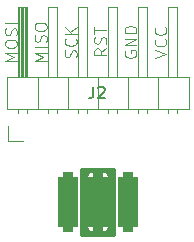
<source format=gbr>
%TF.GenerationSoftware,KiCad,Pcbnew,(6.0.1)*%
%TF.CreationDate,2022-02-07T23:00:35+01:00*%
%TF.ProjectId,pogo,706f676f-2e6b-4696-9361-645f70636258,1.0*%
%TF.SameCoordinates,Original*%
%TF.FileFunction,Legend,Top*%
%TF.FilePolarity,Positive*%
%FSLAX46Y46*%
G04 Gerber Fmt 4.6, Leading zero omitted, Abs format (unit mm)*
G04 Created by KiCad (PCBNEW (6.0.1)) date 2022-02-07 23:00:35*
%MOMM*%
%LPD*%
G01*
G04 APERTURE LIST*
G04 Aperture macros list*
%AMRoundRect*
0 Rectangle with rounded corners*
0 $1 Rounding radius*
0 $2 $3 $4 $5 $6 $7 $8 $9 X,Y pos of 4 corners*
0 Add a 4 corners polygon primitive as box body*
4,1,4,$2,$3,$4,$5,$6,$7,$8,$9,$2,$3,0*
0 Add four circle primitives for the rounded corners*
1,1,$1+$1,$2,$3*
1,1,$1+$1,$4,$5*
1,1,$1+$1,$6,$7*
1,1,$1+$1,$8,$9*
0 Add four rect primitives between the rounded corners*
20,1,$1+$1,$2,$3,$4,$5,0*
20,1,$1+$1,$4,$5,$6,$7,0*
20,1,$1+$1,$6,$7,$8,$9,0*
20,1,$1+$1,$8,$9,$2,$3,0*%
G04 Aperture macros list end*
%ADD10C,0.100000*%
%ADD11C,0.150000*%
%ADD12C,0.250000*%
%ADD13C,0.120000*%
%ADD14RoundRect,0.425000X0.425000X-2.075000X0.425000X2.075000X-0.425000X2.075000X-0.425000X-2.075000X0*%
%ADD15R,1.700000X1.700000*%
%ADD16O,1.700000X1.700000*%
G04 APERTURE END LIST*
D10*
X147982380Y-104552619D02*
X147506190Y-104885952D01*
X147982380Y-105124047D02*
X146982380Y-105124047D01*
X146982380Y-104743095D01*
X147030000Y-104647857D01*
X147077619Y-104600238D01*
X147172857Y-104552619D01*
X147315714Y-104552619D01*
X147410952Y-104600238D01*
X147458571Y-104647857D01*
X147506190Y-104743095D01*
X147506190Y-105124047D01*
X147934761Y-104171666D02*
X147982380Y-104028809D01*
X147982380Y-103790714D01*
X147934761Y-103695476D01*
X147887142Y-103647857D01*
X147791904Y-103600238D01*
X147696666Y-103600238D01*
X147601428Y-103647857D01*
X147553809Y-103695476D01*
X147506190Y-103790714D01*
X147458571Y-103981190D01*
X147410952Y-104076428D01*
X147363333Y-104124047D01*
X147268095Y-104171666D01*
X147172857Y-104171666D01*
X147077619Y-104124047D01*
X147030000Y-104076428D01*
X146982380Y-103981190D01*
X146982380Y-103743095D01*
X147030000Y-103600238D01*
X146982380Y-103314523D02*
X146982380Y-102743095D01*
X147982380Y-103028809D02*
X146982380Y-103028809D01*
X149580000Y-104766904D02*
X149532380Y-104862142D01*
X149532380Y-105005000D01*
X149580000Y-105147857D01*
X149675238Y-105243095D01*
X149770476Y-105290714D01*
X149960952Y-105338333D01*
X150103809Y-105338333D01*
X150294285Y-105290714D01*
X150389523Y-105243095D01*
X150484761Y-105147857D01*
X150532380Y-105005000D01*
X150532380Y-104909761D01*
X150484761Y-104766904D01*
X150437142Y-104719285D01*
X150103809Y-104719285D01*
X150103809Y-104909761D01*
X150532380Y-104290714D02*
X149532380Y-104290714D01*
X150532380Y-103719285D01*
X149532380Y-103719285D01*
X150532380Y-103243095D02*
X149532380Y-103243095D01*
X149532380Y-103005000D01*
X149580000Y-102862142D01*
X149675238Y-102766904D01*
X149770476Y-102719285D01*
X149960952Y-102671666D01*
X150103809Y-102671666D01*
X150294285Y-102719285D01*
X150389523Y-102766904D01*
X150484761Y-102862142D01*
X150532380Y-103005000D01*
X150532380Y-103243095D01*
X142932380Y-105576428D02*
X141932380Y-105576428D01*
X142646666Y-105243095D01*
X141932380Y-104909761D01*
X142932380Y-104909761D01*
X142932380Y-104433571D02*
X141932380Y-104433571D01*
X142884761Y-104005000D02*
X142932380Y-103862142D01*
X142932380Y-103624047D01*
X142884761Y-103528809D01*
X142837142Y-103481190D01*
X142741904Y-103433571D01*
X142646666Y-103433571D01*
X142551428Y-103481190D01*
X142503809Y-103528809D01*
X142456190Y-103624047D01*
X142408571Y-103814523D01*
X142360952Y-103909761D01*
X142313333Y-103957380D01*
X142218095Y-104005000D01*
X142122857Y-104005000D01*
X142027619Y-103957380D01*
X141980000Y-103909761D01*
X141932380Y-103814523D01*
X141932380Y-103576428D01*
X141980000Y-103433571D01*
X141932380Y-102814523D02*
X141932380Y-102624047D01*
X141980000Y-102528809D01*
X142075238Y-102433571D01*
X142265714Y-102385952D01*
X142599047Y-102385952D01*
X142789523Y-102433571D01*
X142884761Y-102528809D01*
X142932380Y-102624047D01*
X142932380Y-102814523D01*
X142884761Y-102909761D01*
X142789523Y-103005000D01*
X142599047Y-103052619D01*
X142265714Y-103052619D01*
X142075238Y-103005000D01*
X141980000Y-102909761D01*
X141932380Y-102814523D01*
X145434761Y-105290714D02*
X145482380Y-105147857D01*
X145482380Y-104909761D01*
X145434761Y-104814523D01*
X145387142Y-104766904D01*
X145291904Y-104719285D01*
X145196666Y-104719285D01*
X145101428Y-104766904D01*
X145053809Y-104814523D01*
X145006190Y-104909761D01*
X144958571Y-105100238D01*
X144910952Y-105195476D01*
X144863333Y-105243095D01*
X144768095Y-105290714D01*
X144672857Y-105290714D01*
X144577619Y-105243095D01*
X144530000Y-105195476D01*
X144482380Y-105100238D01*
X144482380Y-104862142D01*
X144530000Y-104719285D01*
X145387142Y-103719285D02*
X145434761Y-103766904D01*
X145482380Y-103909761D01*
X145482380Y-104005000D01*
X145434761Y-104147857D01*
X145339523Y-104243095D01*
X145244285Y-104290714D01*
X145053809Y-104338333D01*
X144910952Y-104338333D01*
X144720476Y-104290714D01*
X144625238Y-104243095D01*
X144530000Y-104147857D01*
X144482380Y-104005000D01*
X144482380Y-103909761D01*
X144530000Y-103766904D01*
X144577619Y-103719285D01*
X145482380Y-103290714D02*
X144482380Y-103290714D01*
X145482380Y-102719285D02*
X144910952Y-103147857D01*
X144482380Y-102719285D02*
X145053809Y-103290714D01*
X152082380Y-105338333D02*
X153082380Y-105005000D01*
X152082380Y-104671666D01*
X152987142Y-103766904D02*
X153034761Y-103814523D01*
X153082380Y-103957380D01*
X153082380Y-104052619D01*
X153034761Y-104195476D01*
X152939523Y-104290714D01*
X152844285Y-104338333D01*
X152653809Y-104385952D01*
X152510952Y-104385952D01*
X152320476Y-104338333D01*
X152225238Y-104290714D01*
X152130000Y-104195476D01*
X152082380Y-104052619D01*
X152082380Y-103957380D01*
X152130000Y-103814523D01*
X152177619Y-103766904D01*
X152987142Y-102766904D02*
X153034761Y-102814523D01*
X153082380Y-102957380D01*
X153082380Y-103052619D01*
X153034761Y-103195476D01*
X152939523Y-103290714D01*
X152844285Y-103338333D01*
X152653809Y-103385952D01*
X152510952Y-103385952D01*
X152320476Y-103338333D01*
X152225238Y-103290714D01*
X152130000Y-103195476D01*
X152082380Y-103052619D01*
X152082380Y-102957380D01*
X152130000Y-102814523D01*
X152177619Y-102766904D01*
X140432380Y-105576428D02*
X139432380Y-105576428D01*
X140146666Y-105243095D01*
X139432380Y-104909761D01*
X140432380Y-104909761D01*
X139432380Y-104243095D02*
X139432380Y-104052619D01*
X139480000Y-103957380D01*
X139575238Y-103862142D01*
X139765714Y-103814523D01*
X140099047Y-103814523D01*
X140289523Y-103862142D01*
X140384761Y-103957380D01*
X140432380Y-104052619D01*
X140432380Y-104243095D01*
X140384761Y-104338333D01*
X140289523Y-104433571D01*
X140099047Y-104481190D01*
X139765714Y-104481190D01*
X139575238Y-104433571D01*
X139480000Y-104338333D01*
X139432380Y-104243095D01*
X140384761Y-103433571D02*
X140432380Y-103290714D01*
X140432380Y-103052619D01*
X140384761Y-102957380D01*
X140337142Y-102909761D01*
X140241904Y-102862142D01*
X140146666Y-102862142D01*
X140051428Y-102909761D01*
X140003809Y-102957380D01*
X139956190Y-103052619D01*
X139908571Y-103243095D01*
X139860952Y-103338333D01*
X139813333Y-103385952D01*
X139718095Y-103433571D01*
X139622857Y-103433571D01*
X139527619Y-103385952D01*
X139480000Y-103338333D01*
X139432380Y-103243095D01*
X139432380Y-103005000D01*
X139480000Y-102862142D01*
X140432380Y-102433571D02*
X139432380Y-102433571D01*
D11*
%TO.C,J2*%
X146871666Y-107787380D02*
X146871666Y-108501666D01*
X146824047Y-108644523D01*
X146728809Y-108739761D01*
X146585952Y-108787380D01*
X146490714Y-108787380D01*
X147300238Y-107882619D02*
X147347857Y-107835000D01*
X147443095Y-107787380D01*
X147681190Y-107787380D01*
X147776428Y-107835000D01*
X147824047Y-107882619D01*
X147871666Y-107977857D01*
X147871666Y-108073095D01*
X147824047Y-108215952D01*
X147252619Y-108787380D01*
X147871666Y-108787380D01*
D12*
%TO.C,J1*%
X145880000Y-114730000D02*
X148680000Y-114730000D01*
X148680000Y-114730000D02*
X148680000Y-120330000D01*
X148680000Y-120330000D02*
X145880000Y-120330000D01*
X145880000Y-120330000D02*
X145880000Y-114730000D01*
G36*
X145880000Y-114730000D02*
G01*
X148680000Y-114730000D01*
X148680000Y-120330000D01*
X145880000Y-120330000D01*
X145880000Y-114730000D01*
G37*
D13*
%TO.C,J2*%
X154960000Y-107005000D02*
X139600000Y-107005000D01*
X142200000Y-109665000D02*
X142200000Y-107005000D01*
X151470000Y-101005000D02*
X151470000Y-107005000D01*
X149820000Y-109665000D02*
X149820000Y-107005000D01*
X143850000Y-101005000D02*
X143850000Y-107005000D01*
X150710000Y-107005000D02*
X150710000Y-101005000D01*
X140550000Y-109995000D02*
X140550000Y-109665000D01*
X146390000Y-101005000D02*
X146390000Y-107005000D01*
X153250000Y-110062071D02*
X153250000Y-109665000D01*
X148930000Y-110062071D02*
X148930000Y-109665000D01*
X153250000Y-101005000D02*
X154010000Y-101005000D01*
X143090000Y-107005000D02*
X143090000Y-101005000D01*
X140930000Y-112375000D02*
X139660000Y-112375000D01*
X140550000Y-101005000D02*
X141310000Y-101005000D01*
X139600000Y-107005000D02*
X139600000Y-109665000D01*
X150710000Y-110062071D02*
X150710000Y-109665000D01*
X144740000Y-109665000D02*
X144740000Y-107005000D01*
X150710000Y-101005000D02*
X151470000Y-101005000D01*
X148930000Y-101005000D02*
X148930000Y-107005000D01*
X143090000Y-101005000D02*
X143850000Y-101005000D01*
X154010000Y-101005000D02*
X154010000Y-107005000D01*
X148170000Y-107005000D02*
X148170000Y-101005000D01*
X143850000Y-110062071D02*
X143850000Y-109665000D01*
X140610000Y-107005000D02*
X140610000Y-101005000D01*
X141310000Y-101005000D02*
X141310000Y-107005000D01*
X145630000Y-101005000D02*
X146390000Y-101005000D01*
X140970000Y-107005000D02*
X140970000Y-101005000D01*
X143090000Y-110062071D02*
X143090000Y-109665000D01*
X141310000Y-109995000D02*
X141310000Y-109665000D01*
X140730000Y-107005000D02*
X140730000Y-101005000D01*
X140850000Y-107005000D02*
X140850000Y-101005000D01*
X141090000Y-107005000D02*
X141090000Y-101005000D01*
X140550000Y-107005000D02*
X140550000Y-101005000D01*
X139660000Y-112375000D02*
X139660000Y-111105000D01*
X154010000Y-110062071D02*
X154010000Y-109665000D01*
X147280000Y-109665000D02*
X147280000Y-107005000D01*
X148170000Y-110062071D02*
X148170000Y-109665000D01*
X141210000Y-107005000D02*
X141210000Y-101005000D01*
X139600000Y-109665000D02*
X154960000Y-109665000D01*
X146390000Y-110062071D02*
X146390000Y-109665000D01*
X145630000Y-107005000D02*
X145630000Y-101005000D01*
X151470000Y-110062071D02*
X151470000Y-109665000D01*
X153250000Y-107005000D02*
X153250000Y-101005000D01*
X154960000Y-109665000D02*
X154960000Y-107005000D01*
X152360000Y-109665000D02*
X152360000Y-107005000D01*
X145630000Y-110062071D02*
X145630000Y-109665000D01*
X148170000Y-101005000D02*
X148930000Y-101005000D01*
%TD*%
%LPC*%
D14*
%TO.C,J1*%
X144740000Y-117530000D03*
X147280000Y-117530000D03*
X149820000Y-117530000D03*
%TD*%
D15*
%TO.C,J2*%
X140930000Y-111105000D03*
D16*
X143470000Y-111105000D03*
X146010000Y-111105000D03*
X148550000Y-111105000D03*
X151090000Y-111105000D03*
X153630000Y-111105000D03*
%TD*%
M02*

</source>
